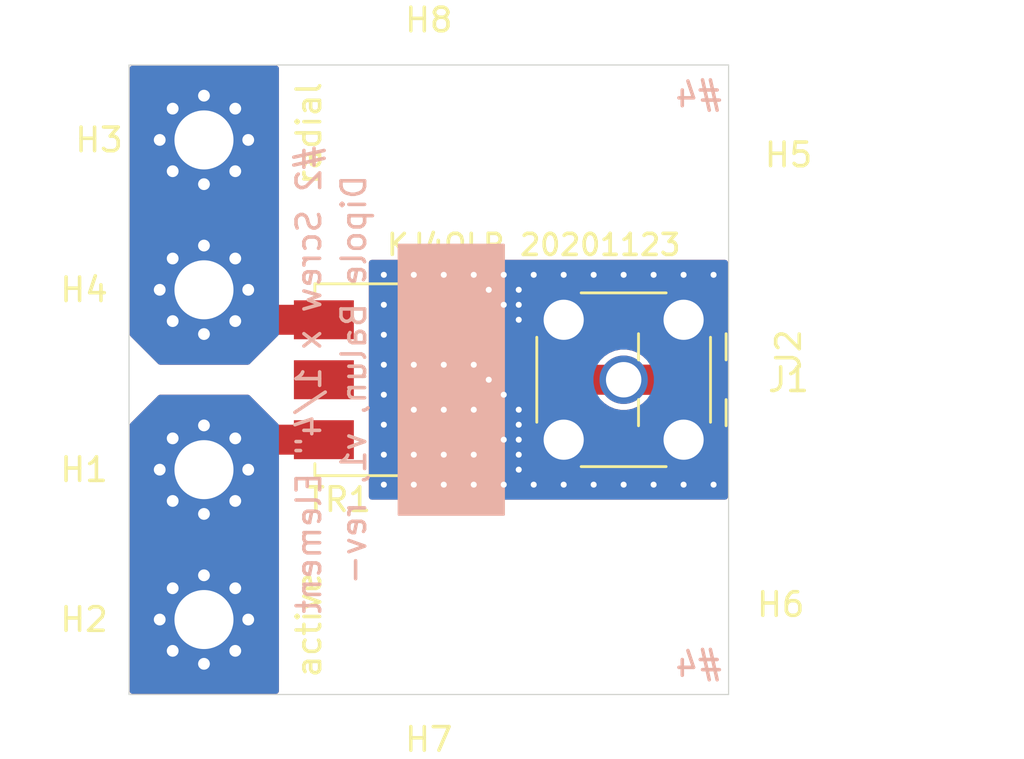
<source format=kicad_pcb>
(kicad_pcb (version 20171130) (host pcbnew 5.1.6-c6e7f7d~87~ubuntu16.04.1)

  (general
    (thickness 1.6)
    (drawings 12)
    (tracks 62)
    (zones 0)
    (modules 11)
    (nets 5)
  )

  (page A4)
  (layers
    (0 F.Cu signal)
    (31 B.Cu signal)
    (32 B.Adhes user)
    (33 F.Adhes user)
    (34 B.Paste user)
    (35 F.Paste user)
    (36 B.SilkS user)
    (37 F.SilkS user)
    (38 B.Mask user)
    (39 F.Mask user)
    (40 Dwgs.User user)
    (41 Cmts.User user)
    (42 Eco1.User user)
    (43 Eco2.User user)
    (44 Edge.Cuts user)
    (45 Margin user)
    (46 B.CrtYd user)
    (47 F.CrtYd user)
    (48 B.Fab user)
    (49 F.Fab user)
  )

  (setup
    (last_trace_width 1.27)
    (user_trace_width 0.254)
    (user_trace_width 0.508)
    (user_trace_width 0.762)
    (user_trace_width 1.016)
    (user_trace_width 1.27)
    (trace_clearance 0.254)
    (zone_clearance 0)
    (zone_45_only no)
    (trace_min 0.254)
    (via_size 0.508)
    (via_drill 0.254)
    (via_min_size 0.508)
    (via_min_drill 0.254)
    (uvia_size 0.508)
    (uvia_drill 0.254)
    (uvias_allowed no)
    (uvia_min_size 0.508)
    (uvia_min_drill 0.254)
    (edge_width 0.05)
    (segment_width 0.2)
    (pcb_text_width 0.3)
    (pcb_text_size 1.5 1.5)
    (mod_edge_width 0.12)
    (mod_text_size 1 1)
    (mod_text_width 0.15)
    (pad_size 1.524 1.524)
    (pad_drill 0.762)
    (pad_to_mask_clearance 0.05)
    (aux_axis_origin 0 0)
    (visible_elements FFFDFF7F)
    (pcbplotparams
      (layerselection 0x010fc_ffffffff)
      (usegerberextensions false)
      (usegerberattributes true)
      (usegerberadvancedattributes true)
      (creategerberjobfile true)
      (excludeedgelayer true)
      (linewidth 0.100000)
      (plotframeref false)
      (viasonmask false)
      (mode 1)
      (useauxorigin false)
      (hpglpennumber 1)
      (hpglpenspeed 20)
      (hpglpendiameter 15.000000)
      (psnegative false)
      (psa4output false)
      (plotreference true)
      (plotvalue true)
      (plotinvisibletext false)
      (padsonsilk false)
      (subtractmaskfromsilk false)
      (outputformat 1)
      (mirror false)
      (drillshape 1)
      (scaleselection 1)
      (outputdirectory ""))
  )

  (net 0 "")
  (net 1 GND)
  (net 2 "Net-(J1-Pad1)")
  (net 3 /active)
  (net 4 /radial)

  (net_class Default "This is the default net class."
    (clearance 0.254)
    (trace_width 0.254)
    (via_dia 0.508)
    (via_drill 0.254)
    (uvia_dia 0.508)
    (uvia_drill 0.254)
    (diff_pair_width 0.254)
    (diff_pair_gap 0.254)
    (add_net /active)
    (add_net /radial)
    (add_net GND)
    (add_net "Net-(J1-Pad1)")
  )

  (module MountingHole:MountingHole_3.2mm_M3 (layer F.Cu) (tedit 56D1B4CB) (tstamp 5FBD14BB)
    (at 152.4 91.44)
    (descr "Mounting Hole 3.2mm, no annular, M3")
    (tags "mounting hole 3.2mm no annular m3")
    (path /5FBEF9C8)
    (attr virtual)
    (fp_text reference H8 (at 0 -5.715) (layer F.SilkS)
      (effects (font (size 1 1) (thickness 0.15)))
    )
    (fp_text value MountingHole (at 0 4.2) (layer F.Fab)
      (effects (font (size 1 1) (thickness 0.15)))
    )
    (fp_text user %R (at 0.3 0) (layer F.Fab)
      (effects (font (size 1 1) (thickness 0.15)))
    )
    (fp_circle (center 0 0) (end 3.2 0) (layer Cmts.User) (width 0.15))
    (fp_circle (center 0 0) (end 3.45 0) (layer F.CrtYd) (width 0.05))
    (pad 1 np_thru_hole circle (at 0 0) (size 3.2 3.2) (drill 3.2) (layers *.Cu *.Mask))
  )

  (module MountingHole:MountingHole_3.2mm_M3 (layer F.Cu) (tedit 56D1B4CB) (tstamp 5FBD14B3)
    (at 152.4 110.49)
    (descr "Mounting Hole 3.2mm, no annular, M3")
    (tags "mounting hole 3.2mm no annular m3")
    (path /5FBEF56F)
    (attr virtual)
    (fp_text reference H7 (at 0 5.715) (layer F.SilkS)
      (effects (font (size 1 1) (thickness 0.15)))
    )
    (fp_text value MountingHole (at 0 4.2) (layer F.Fab)
      (effects (font (size 1 1) (thickness 0.15)))
    )
    (fp_text user %R (at 0.3 0) (layer F.Fab)
      (effects (font (size 1 1) (thickness 0.15)))
    )
    (fp_circle (center 0 0) (end 3.2 0) (layer Cmts.User) (width 0.15))
    (fp_circle (center 0 0) (end 3.45 0) (layer F.CrtYd) (width 0.05))
    (pad 1 np_thru_hole circle (at 0 0) (size 3.2 3.2) (drill 3.2) (layers *.Cu *.Mask))
  )

  (module MountingHole:MountingHole_3.2mm_M3 (layer F.Cu) (tedit 56D1B4CB) (tstamp 5FBD0306)
    (at 161.925 110.49)
    (descr "Mounting Hole 3.2mm, no annular, M3")
    (tags "mounting hole 3.2mm no annular m3")
    (path /5FBE6D06)
    (attr virtual)
    (fp_text reference H6 (at 5.385 0) (layer F.SilkS)
      (effects (font (size 1 1) (thickness 0.15)))
    )
    (fp_text value MountingHole (at 0 4.2) (layer F.Fab)
      (effects (font (size 1 1) (thickness 0.15)))
    )
    (fp_text user %R (at 0.3 0) (layer F.Fab)
      (effects (font (size 1 1) (thickness 0.15)))
    )
    (fp_circle (center 0 0) (end 3.2 0) (layer Cmts.User) (width 0.15))
    (fp_circle (center 0 0) (end 3.45 0) (layer F.CrtYd) (width 0.05))
    (pad 1 np_thru_hole circle (at 0 0) (size 3.2 3.2) (drill 3.2) (layers *.Cu *.Mask))
  )

  (module MountingHole:MountingHole_3.2mm_M3 (layer F.Cu) (tedit 56D1B4CB) (tstamp 5FBD02FE)
    (at 161.925 91.44)
    (descr "Mounting Hole 3.2mm, no annular, M3")
    (tags "mounting hole 3.2mm no annular m3")
    (path /5FBE58DC)
    (attr virtual)
    (fp_text reference H5 (at 5.715 0) (layer F.SilkS)
      (effects (font (size 1 1) (thickness 0.15)))
    )
    (fp_text value MountingHole (at 0 4.2) (layer F.Fab)
      (effects (font (size 1 1) (thickness 0.15)))
    )
    (fp_text user %R (at 0.3 0) (layer F.Fab)
      (effects (font (size 1 1) (thickness 0.15)))
    )
    (fp_circle (center 0 0) (end 3.2 0) (layer Cmts.User) (width 0.15))
    (fp_circle (center 0 0) (end 3.45 0) (layer F.CrtYd) (width 0.05))
    (pad 1 np_thru_hole circle (at 0 0) (size 3.2 3.2) (drill 3.2) (layers *.Cu *.Mask))
  )

  (module Connector_Coaxial:SMA_Samtec_SMA-J-P-X-ST-EM1_EdgeMount (layer F.Cu) (tedit 5DAA3454) (tstamp 5FBCDDB6)
    (at 162.995 100.965 90)
    (descr "Connector SMA, 0Hz to 20GHz, 50Ohm, Edge Mount (http://suddendocs.samtec.com/prints/sma-j-p-x-st-em1-mkt.pdf)")
    (tags "SMA Straight Samtec Edge Mount")
    (path /5FBD6F54)
    (attr smd)
    (fp_text reference J2 (at 1.27 4.645 90) (layer F.SilkS)
      (effects (font (size 1 1) (thickness 0.15)))
    )
    (fp_text value Conn_Coaxial (at 0 13 90) (layer F.Fab)
      (effects (font (size 1 1) (thickness 0.15)))
    )
    (fp_text user "Board Thickness: 1.57mm" (at 0 5.915 90) (layer Cmts.User)
      (effects (font (size 1 1) (thickness 0.15)))
    )
    (fp_text user "PCB Edge" (at 0 14.17 90) (layer Dwgs.User)
      (effects (font (size 0.5 0.5) (thickness 0.1)))
    )
    (fp_text user %R (at 0 4.79 270) (layer F.Fab)
      (effects (font (size 1 1) (thickness 0.15)))
    )
    (fp_line (start -0.25 -2.76) (end 0 -2.26) (layer F.SilkS) (width 0.12))
    (fp_line (start 0.25 -2.76) (end -0.25 -2.76) (layer F.SilkS) (width 0.12))
    (fp_line (start 0 -2.26) (end 0.25 -2.76) (layer F.SilkS) (width 0.12))
    (fp_line (start 0 3.1) (end -0.64 2.1) (layer F.Fab) (width 0.1))
    (fp_line (start 0.64 2.1) (end 0 3.1) (layer F.Fab) (width 0.1))
    (fp_line (start 4 2.6) (end 4 -2.6) (layer F.CrtYd) (width 0.05))
    (fp_line (start 3.68 12.12) (end -3.68 12.12) (layer F.CrtYd) (width 0.05))
    (fp_line (start -4 2.6) (end -4 -2.6) (layer F.CrtYd) (width 0.05))
    (fp_line (start -4 -2.6) (end 4 -2.6) (layer F.CrtYd) (width 0.05))
    (fp_line (start 4 2.6) (end 4 -2.6) (layer B.CrtYd) (width 0.05))
    (fp_line (start 3.68 12.12) (end -3.68 12.12) (layer B.CrtYd) (width 0.05))
    (fp_line (start -4 2.6) (end -4 -2.6) (layer B.CrtYd) (width 0.05))
    (fp_line (start -4 -2.6) (end 4 -2.6) (layer B.CrtYd) (width 0.05))
    (fp_line (start 3.165 11.62) (end -3.165 11.62) (layer F.Fab) (width 0.1))
    (fp_line (start 3.175 -1.71) (end 3.175 11.62) (layer F.Fab) (width 0.1))
    (fp_line (start 3.175 -1.71) (end 2.365 -1.71) (layer F.Fab) (width 0.1))
    (fp_line (start 2.365 -1.71) (end 2.365 2.1) (layer F.Fab) (width 0.1))
    (fp_line (start 2.365 2.1) (end -2.365 2.1) (layer F.Fab) (width 0.1))
    (fp_line (start -2.365 2.1) (end -2.365 -1.71) (layer F.Fab) (width 0.1))
    (fp_line (start -2.365 -1.71) (end -3.175 -1.71) (layer F.Fab) (width 0.1))
    (fp_line (start -3.175 -1.71) (end -3.175 11.62) (layer F.Fab) (width 0.1))
    (fp_line (start 4.1 2.1) (end -4.1 2.1) (layer Dwgs.User) (width 0.1))
    (fp_line (start -3.68 2.6) (end -4 2.6) (layer F.CrtYd) (width 0.05))
    (fp_line (start -3.68 12.12) (end -3.68 2.6) (layer F.CrtYd) (width 0.05))
    (fp_line (start 3.68 2.6) (end 4 2.6) (layer F.CrtYd) (width 0.05))
    (fp_line (start 3.68 2.6) (end 3.68 12.12) (layer F.CrtYd) (width 0.05))
    (fp_line (start -3.68 2.6) (end -4 2.6) (layer B.CrtYd) (width 0.05))
    (fp_line (start -3.68 12.12) (end -3.68 2.6) (layer B.CrtYd) (width 0.05))
    (fp_line (start 4 2.6) (end 3.68 2.6) (layer B.CrtYd) (width 0.05))
    (fp_line (start 3.68 2.6) (end 3.68 12.12) (layer B.CrtYd) (width 0.05))
    (fp_line (start -1.95 2) (end -0.84 2) (layer F.SilkS) (width 0.12))
    (fp_line (start 0.84 2) (end 1.95 2) (layer F.SilkS) (width 0.12))
    (fp_line (start -1.95 -1.71) (end -0.84 -1.71) (layer F.SilkS) (width 0.12))
    (fp_line (start 0.84 -1.71) (end 1.95 -1.71) (layer F.SilkS) (width 0.12))
    (pad 1 smd rect (at 0 0.2 90) (size 1.27 3.6) (layers F.Cu F.Paste F.Mask)
      (net 2 "Net-(J1-Pad1)"))
    (pad 2 smd rect (at 2.825 0 90) (size 1.35 4.2) (layers F.Cu F.Paste F.Mask)
      (net 1 GND))
    (pad 2 smd rect (at -2.825 0 90) (size 1.35 4.2) (layers F.Cu F.Paste F.Mask)
      (net 1 GND))
    (pad 2 smd rect (at 2.825 0 90) (size 1.35 4.2) (layers B.Cu B.Paste B.Mask)
      (net 1 GND))
    (pad 2 smd rect (at -2.825 0 90) (size 1.35 4.2) (layers B.Cu B.Paste B.Mask)
      (net 1 GND))
    (model ${KISYS3DMOD}/Connector_Coaxial.3dshapes/SMA_Samtec_SMA-J-P-X-ST-EM1_EdgeMount.wrl
      (at (xyz 0 0 0))
      (scale (xyz 1 1 1))
      (rotate (xyz 0 0 0))
    )
  )

  (module minicircuits_footprints:Mini-Circuits_CD542_H2.84mm (layer F.Cu) (tedit 5A365E23) (tstamp 5FBCD60A)
    (at 150.495 100.965 180)
    (descr https://ww2.minicircuits.com/case_style/CD542.pdf)
    (tags "RF Transformer")
    (path /5FBC788E)
    (attr smd)
    (fp_text reference TR1 (at 1.905 -5.08) (layer F.SilkS)
      (effects (font (size 1 1) (thickness 0.15)))
    )
    (fp_text value ADT1.5-122 (at 0 5.08) (layer F.Fab)
      (effects (font (size 1 1) (thickness 0.15)))
    )
    (fp_text user %R (at 0 0 90) (layer F.Fab)
      (effects (font (size 1 1) (thickness 0.15)))
    )
    (fp_line (start 2.794 -3.937) (end 2.794 3.937) (layer F.Fab) (width 0.1))
    (fp_line (start 2.794 3.937) (end -2.794 3.937) (layer F.Fab) (width 0.1))
    (fp_line (start -2.794 3.937) (end -2.794 -2.937) (layer F.Fab) (width 0.1))
    (fp_line (start -1.794 -3.937) (end 2.794 -3.937) (layer F.Fab) (width 0.1))
    (fp_line (start -1.794 -3.937) (end -2.794 -2.937) (layer F.Fab) (width 0.1))
    (fp_line (start 2.921 -3.556) (end 2.921 -4.064) (layer F.SilkS) (width 0.12))
    (fp_line (start 2.921 -4.064) (end -2.921 -4.064) (layer F.SilkS) (width 0.12))
    (fp_line (start -2.921 -4.064) (end -2.921 -3.556) (layer F.SilkS) (width 0.12))
    (fp_line (start -2.921 -3.556) (end -3.81 -3.556) (layer F.SilkS) (width 0.12))
    (fp_line (start -2.921 3.556) (end -2.921 4.064) (layer F.SilkS) (width 0.12))
    (fp_line (start -2.921 4.064) (end 2.921 4.064) (layer F.SilkS) (width 0.12))
    (fp_line (start 2.921 4.064) (end 2.921 3.556) (layer F.SilkS) (width 0.12))
    (fp_line (start -4.06 4.32) (end -4.06 -4.32) (layer F.CrtYd) (width 0.05))
    (fp_line (start 4.06 4.32) (end 4.06 -4.32) (layer F.CrtYd) (width 0.05))
    (fp_line (start 4.06 4.32) (end -4.06 4.32) (layer F.CrtYd) (width 0.05))
    (fp_line (start 4.06 -4.32) (end -4.06 -4.32) (layer F.CrtYd) (width 0.05))
    (pad 6 smd rect (at 2.54 -2.54 180) (size 2.54 1.65) (layers F.Cu F.Paste F.Mask)
      (net 3 /active))
    (pad 5 smd rect (at 2.54 0 180) (size 2.54 1.65) (layers F.Cu F.Paste F.Mask))
    (pad 4 smd rect (at 2.54 2.54 180) (size 2.54 1.65) (layers F.Cu F.Paste F.Mask)
      (net 4 /radial))
    (pad 3 smd rect (at -2.54 2.54 180) (size 2.54 1.65) (layers F.Cu F.Paste F.Mask)
      (net 2 "Net-(J1-Pad1)"))
    (pad 2 smd rect (at -2.54 0 180) (size 2.54 1.65) (layers F.Cu F.Paste F.Mask)
      (net 1 GND))
    (pad 1 smd rect (at -2.54 -2.54 180) (size 2.54 1.65) (layers F.Cu F.Paste F.Mask)
      (net 1 GND))
    (model ${KISYS3DMOD}/RF_Mini-Circuits.3dshapes/Mini-Circuits_CD542_H2.84mm.wrl
      (at (xyz 0 0 0))
      (scale (xyz 1 1 1))
      (rotate (xyz 0 0 0))
    )
  )

  (module Connector_Coaxial:SMA_Amphenol_132134_Vertical (layer F.Cu) (tedit 5B2F4DB6) (tstamp 5FBCD5EF)
    (at 160.655 100.965)
    (descr https://www.amphenolrf.com/downloads/dl/file/id/2187/product/2843/132134_customer_drawing.pdf)
    (tags "SMA THT Female Jack Vertical ExtendedLegs")
    (path /5FBCFA6C)
    (fp_text reference J1 (at 6.985 0) (layer F.SilkS)
      (effects (font (size 1 1) (thickness 0.15)))
    )
    (fp_text value Conn_Coaxial (at 0 5) (layer F.Fab)
      (effects (font (size 1 1) (thickness 0.15)))
    )
    (fp_text user %R (at 0 0) (layer F.Fab)
      (effects (font (size 1 1) (thickness 0.15)))
    )
    (fp_circle (center 0 0) (end 3.175 0) (layer F.Fab) (width 0.1))
    (fp_line (start 4.17 4.17) (end -4.17 4.17) (layer F.CrtYd) (width 0.05))
    (fp_line (start 4.17 4.17) (end 4.17 -4.17) (layer F.CrtYd) (width 0.05))
    (fp_line (start -4.17 -4.17) (end -4.17 4.17) (layer F.CrtYd) (width 0.05))
    (fp_line (start -4.17 -4.17) (end 4.17 -4.17) (layer F.CrtYd) (width 0.05))
    (fp_line (start -3.5 -3.5) (end 3.5 -3.5) (layer F.Fab) (width 0.1))
    (fp_line (start -3.5 -3.5) (end -3.5 3.5) (layer F.Fab) (width 0.1))
    (fp_line (start -3.5 3.5) (end 3.5 3.5) (layer F.Fab) (width 0.1))
    (fp_line (start 3.5 -3.5) (end 3.5 3.5) (layer F.Fab) (width 0.1))
    (fp_line (start -3.68 -1.8) (end -3.68 1.8) (layer F.SilkS) (width 0.12))
    (fp_line (start 3.68 -1.8) (end 3.68 1.8) (layer F.SilkS) (width 0.12))
    (fp_line (start -1.8 3.68) (end 1.8 3.68) (layer F.SilkS) (width 0.12))
    (fp_line (start -1.8 -3.68) (end 1.8 -3.68) (layer F.SilkS) (width 0.12))
    (pad 2 thru_hole circle (at -2.54 2.54) (size 2.25 2.25) (drill 1.7) (layers *.Cu *.Mask)
      (net 1 GND))
    (pad 2 thru_hole circle (at -2.54 -2.54) (size 2.25 2.25) (drill 1.7) (layers *.Cu *.Mask)
      (net 1 GND))
    (pad 2 thru_hole circle (at 2.54 -2.54) (size 2.25 2.25) (drill 1.7) (layers *.Cu *.Mask)
      (net 1 GND))
    (pad 2 thru_hole circle (at 2.54 2.54) (size 2.25 2.25) (drill 1.7) (layers *.Cu *.Mask)
      (net 1 GND))
    (pad 1 thru_hole circle (at 0 0) (size 2.05 2.05) (drill 1.5) (layers *.Cu *.Mask)
      (net 2 "Net-(J1-Pad1)"))
    (model ${KISYS3DMOD}/Connector_Coaxial.3dshapes/SMA_Amphenol_132134_Vertical.wrl
      (at (xyz 0 0 0))
      (scale (xyz 1 1 1))
      (rotate (xyz 0 0 0))
    )
  )

  (module MountingHole:MountingHole_2.5mm_Pad_Via (layer F.Cu) (tedit 56DDBAEA) (tstamp 5FBCD5D8)
    (at 142.875 97.155)
    (descr "Mounting Hole 2.5mm")
    (tags "mounting hole 2.5mm")
    (path /5FBC9BCD)
    (attr virtual)
    (fp_text reference H4 (at -5.08 0) (layer F.SilkS)
      (effects (font (size 1 1) (thickness 0.15)))
    )
    (fp_text value radial (at -6.35 0) (layer F.Fab)
      (effects (font (size 1 1) (thickness 0.15)))
    )
    (fp_text user %R (at 0.3 0) (layer F.Fab)
      (effects (font (size 1 1) (thickness 0.15)))
    )
    (fp_circle (center 0 0) (end 2.5 0) (layer Cmts.User) (width 0.15))
    (fp_circle (center 0 0) (end 2.75 0) (layer F.CrtYd) (width 0.05))
    (pad 1 thru_hole circle (at 1.325825 -1.325825) (size 0.8 0.8) (drill 0.5) (layers *.Cu *.Mask)
      (net 4 /radial))
    (pad 1 thru_hole circle (at 0 -1.875) (size 0.8 0.8) (drill 0.5) (layers *.Cu *.Mask)
      (net 4 /radial))
    (pad 1 thru_hole circle (at -1.325825 -1.325825) (size 0.8 0.8) (drill 0.5) (layers *.Cu *.Mask)
      (net 4 /radial))
    (pad 1 thru_hole circle (at -1.875 0) (size 0.8 0.8) (drill 0.5) (layers *.Cu *.Mask)
      (net 4 /radial))
    (pad 1 thru_hole circle (at -1.325825 1.325825) (size 0.8 0.8) (drill 0.5) (layers *.Cu *.Mask)
      (net 4 /radial))
    (pad 1 thru_hole circle (at 0 1.875) (size 0.8 0.8) (drill 0.5) (layers *.Cu *.Mask)
      (net 4 /radial))
    (pad 1 thru_hole circle (at 1.325825 1.325825) (size 0.8 0.8) (drill 0.5) (layers *.Cu *.Mask)
      (net 4 /radial))
    (pad 1 thru_hole circle (at 1.875 0) (size 0.8 0.8) (drill 0.5) (layers *.Cu *.Mask)
      (net 4 /radial))
    (pad 1 thru_hole circle (at 0 0) (size 5 5) (drill 2.5) (layers *.Cu *.Mask)
      (net 4 /radial))
  )

  (module MountingHole:MountingHole_2.5mm_Pad_Via (layer F.Cu) (tedit 56DDBAEA) (tstamp 5FBCD5C8)
    (at 142.875 90.805)
    (descr "Mounting Hole 2.5mm")
    (tags "mounting hole 2.5mm")
    (path /5FBC98E7)
    (attr virtual)
    (fp_text reference H3 (at -4.445 0) (layer F.SilkS)
      (effects (font (size 1 1) (thickness 0.15)))
    )
    (fp_text value radial (at -6.35 -0.635) (layer F.Fab)
      (effects (font (size 1 1) (thickness 0.15)))
    )
    (fp_text user %R (at 0.3 0) (layer F.Fab)
      (effects (font (size 1 1) (thickness 0.15)))
    )
    (fp_circle (center 0 0) (end 2.5 0) (layer Cmts.User) (width 0.15))
    (fp_circle (center 0 0) (end 2.75 0) (layer F.CrtYd) (width 0.05))
    (pad 1 thru_hole circle (at 1.325825 -1.325825) (size 0.8 0.8) (drill 0.5) (layers *.Cu *.Mask)
      (net 4 /radial))
    (pad 1 thru_hole circle (at 0 -1.875) (size 0.8 0.8) (drill 0.5) (layers *.Cu *.Mask)
      (net 4 /radial))
    (pad 1 thru_hole circle (at -1.325825 -1.325825) (size 0.8 0.8) (drill 0.5) (layers *.Cu *.Mask)
      (net 4 /radial))
    (pad 1 thru_hole circle (at -1.875 0) (size 0.8 0.8) (drill 0.5) (layers *.Cu *.Mask)
      (net 4 /radial))
    (pad 1 thru_hole circle (at -1.325825 1.325825) (size 0.8 0.8) (drill 0.5) (layers *.Cu *.Mask)
      (net 4 /radial))
    (pad 1 thru_hole circle (at 0 1.875) (size 0.8 0.8) (drill 0.5) (layers *.Cu *.Mask)
      (net 4 /radial))
    (pad 1 thru_hole circle (at 1.325825 1.325825) (size 0.8 0.8) (drill 0.5) (layers *.Cu *.Mask)
      (net 4 /radial))
    (pad 1 thru_hole circle (at 1.875 0) (size 0.8 0.8) (drill 0.5) (layers *.Cu *.Mask)
      (net 4 /radial))
    (pad 1 thru_hole circle (at 0 0) (size 5 5) (drill 2.5) (layers *.Cu *.Mask)
      (net 4 /radial))
  )

  (module MountingHole:MountingHole_2.5mm_Pad_Via (layer F.Cu) (tedit 56DDBAEA) (tstamp 5FBCD5B8)
    (at 142.875 111.125)
    (descr "Mounting Hole 2.5mm")
    (tags "mounting hole 2.5mm")
    (path /5FBC87B2)
    (attr virtual)
    (fp_text reference H2 (at -5.08 0) (layer F.SilkS)
      (effects (font (size 1 1) (thickness 0.15)))
    )
    (fp_text value active (at 0 3.5) (layer F.Fab)
      (effects (font (size 1 1) (thickness 0.15)))
    )
    (fp_text user %R (at 0.3 0) (layer F.Fab)
      (effects (font (size 1 1) (thickness 0.15)))
    )
    (fp_circle (center 0 0) (end 2.5 0) (layer Cmts.User) (width 0.15))
    (fp_circle (center 0 0) (end 2.75 0) (layer F.CrtYd) (width 0.05))
    (pad 1 thru_hole circle (at 1.325825 -1.325825) (size 0.8 0.8) (drill 0.5) (layers *.Cu *.Mask)
      (net 3 /active))
    (pad 1 thru_hole circle (at 0 -1.875) (size 0.8 0.8) (drill 0.5) (layers *.Cu *.Mask)
      (net 3 /active))
    (pad 1 thru_hole circle (at -1.325825 -1.325825) (size 0.8 0.8) (drill 0.5) (layers *.Cu *.Mask)
      (net 3 /active))
    (pad 1 thru_hole circle (at -1.875 0) (size 0.8 0.8) (drill 0.5) (layers *.Cu *.Mask)
      (net 3 /active))
    (pad 1 thru_hole circle (at -1.325825 1.325825) (size 0.8 0.8) (drill 0.5) (layers *.Cu *.Mask)
      (net 3 /active))
    (pad 1 thru_hole circle (at 0 1.875) (size 0.8 0.8) (drill 0.5) (layers *.Cu *.Mask)
      (net 3 /active))
    (pad 1 thru_hole circle (at 1.325825 1.325825) (size 0.8 0.8) (drill 0.5) (layers *.Cu *.Mask)
      (net 3 /active))
    (pad 1 thru_hole circle (at 1.875 0) (size 0.8 0.8) (drill 0.5) (layers *.Cu *.Mask)
      (net 3 /active))
    (pad 1 thru_hole circle (at 0 0) (size 5 5) (drill 2.5) (layers *.Cu *.Mask)
      (net 3 /active))
  )

  (module MountingHole:MountingHole_2.5mm_Pad_Via (layer F.Cu) (tedit 56DDBAEA) (tstamp 5FBCD7E7)
    (at 142.875 104.775)
    (descr "Mounting Hole 2.5mm")
    (tags "mounting hole 2.5mm")
    (path /5FBC8BF2)
    (attr virtual)
    (fp_text reference H1 (at -5.08 0) (layer F.SilkS)
      (effects (font (size 1 1) (thickness 0.15)))
    )
    (fp_text value active (at 0 3.5) (layer F.Fab)
      (effects (font (size 1 1) (thickness 0.15)))
    )
    (fp_text user %R (at 0.3 0) (layer F.Fab)
      (effects (font (size 1 1) (thickness 0.15)))
    )
    (fp_circle (center 0 0) (end 2.5 0) (layer Cmts.User) (width 0.15))
    (fp_circle (center 0 0) (end 2.75 0) (layer F.CrtYd) (width 0.05))
    (pad 1 thru_hole circle (at 1.325825 -1.325825) (size 0.8 0.8) (drill 0.5) (layers *.Cu *.Mask)
      (net 3 /active))
    (pad 1 thru_hole circle (at 0 -1.875) (size 0.8 0.8) (drill 0.5) (layers *.Cu *.Mask)
      (net 3 /active))
    (pad 1 thru_hole circle (at -1.325825 -1.325825) (size 0.8 0.8) (drill 0.5) (layers *.Cu *.Mask)
      (net 3 /active))
    (pad 1 thru_hole circle (at -1.875 0) (size 0.8 0.8) (drill 0.5) (layers *.Cu *.Mask)
      (net 3 /active))
    (pad 1 thru_hole circle (at -1.325825 1.325825) (size 0.8 0.8) (drill 0.5) (layers *.Cu *.Mask)
      (net 3 /active))
    (pad 1 thru_hole circle (at 0 1.875) (size 0.8 0.8) (drill 0.5) (layers *.Cu *.Mask)
      (net 3 /active))
    (pad 1 thru_hole circle (at 1.325825 1.325825) (size 0.8 0.8) (drill 0.5) (layers *.Cu *.Mask)
      (net 3 /active))
    (pad 1 thru_hole circle (at 1.875 0) (size 0.8 0.8) (drill 0.5) (layers *.Cu *.Mask)
      (net 3 /active))
    (pad 1 thru_hole circle (at 0 0) (size 5 5) (drill 2.5) (layers *.Cu *.Mask)
      (net 3 /active))
  )

  (gr_poly (pts (xy 155.575 95.25) (xy 151.13 95.25) (xy 151.13 106.68) (xy 155.575 106.68)) (layer B.SilkS) (width 0.1))
  (gr_text "#2 Screw x 1/4\" Element" (at 147.32 100.965 90) (layer B.SilkS) (tstamp 5FBD0D36)
    (effects (font (size 1 1) (thickness 0.15)) (justify mirror))
  )
  (gr_text "#4" (at 163.83 88.9) (layer B.SilkS) (tstamp 5FBD0C8A)
    (effects (font (size 1 1) (thickness 0.15)) (justify mirror))
  )
  (gr_text "#4" (at 163.83 113.03) (layer B.SilkS)
    (effects (font (size 1 1) (thickness 0.15)) (justify mirror))
  )
  (gr_text radial (at 147.32 88.265 90) (layer F.SilkS) (tstamp 5FBD0BB6)
    (effects (font (size 1 1) (thickness 0.15)) (justify right))
  )
  (gr_text active (at 147.32 113.665 90) (layer F.SilkS)
    (effects (font (size 1 1) (thickness 0.15)) (justify left))
  )
  (gr_text "Dipole Balun, v1, rev-" (at 149.225 100.965 90) (layer B.SilkS)
    (effects (font (size 1 1) (thickness 0.15)) (justify mirror))
  )
  (gr_text "KJ4QLP 20201123" (at 156.845 95.25) (layer F.SilkS)
    (effects (font (size 0.889 0.889) (thickness 0.1524)))
  )
  (gr_line (start 165.1 114.3) (end 139.7 114.3) (layer Edge.Cuts) (width 0.05) (tstamp 5FBCD8B7))
  (gr_line (start 165.1 87.63) (end 165.1 114.3) (layer Edge.Cuts) (width 0.05))
  (gr_line (start 139.7 87.63) (end 165.1 87.63) (layer Edge.Cuts) (width 0.05))
  (gr_line (start 139.7 114.3) (end 139.7 87.63) (layer Edge.Cuts) (width 0.05))

  (via (at 156.21 103.505) (size 0.508) (drill 0.254) (layers F.Cu B.Cu) (net 1))
  (via (at 154.94 100.965) (size 0.508) (drill 0.254) (layers F.Cu B.Cu) (net 1))
  (via (at 155.575 101.6) (size 0.508) (drill 0.254) (layers F.Cu B.Cu) (net 1))
  (via (at 156.21 102.235) (size 0.508) (drill 0.254) (layers F.Cu B.Cu) (net 1))
  (via (at 156.21 97.79) (size 0.508) (drill 0.254) (layers F.Cu B.Cu) (net 1))
  (via (at 156.21 102.87) (size 0.508) (drill 0.254) (layers F.Cu B.Cu) (net 1))
  (via (at 156.21 104.14) (size 0.508) (drill 0.254) (layers F.Cu B.Cu) (net 1))
  (via (at 153.035 105.41) (size 0.508) (drill 0.254) (layers F.Cu B.Cu) (net 1))
  (via (at 154.305 105.41) (size 0.508) (drill 0.254) (layers F.Cu B.Cu) (net 1))
  (via (at 155.575 105.41) (size 0.508) (drill 0.254) (layers F.Cu B.Cu) (net 1))
  (via (at 164.465 105.41) (size 0.508) (drill 0.254) (layers F.Cu B.Cu) (net 1))
  (via (at 163.195 105.41) (size 0.508) (drill 0.254) (layers F.Cu B.Cu) (net 1))
  (via (at 161.925 105.41) (size 0.508) (drill 0.254) (layers F.Cu B.Cu) (net 1))
  (via (at 160.655 105.41) (size 0.508) (drill 0.254) (layers F.Cu B.Cu) (net 1))
  (via (at 159.385 105.41) (size 0.508) (drill 0.254) (layers F.Cu B.Cu) (net 1))
  (via (at 158.115 105.41) (size 0.508) (drill 0.254) (layers F.Cu B.Cu) (net 1))
  (via (at 156.845 105.41) (size 0.508) (drill 0.254) (layers F.Cu B.Cu) (net 1))
  (via (at 156.21 104.775) (size 0.508) (drill 0.254) (layers F.Cu B.Cu) (net 1))
  (via (at 156.21 97.155) (size 0.508) (drill 0.254) (layers F.Cu B.Cu) (net 1))
  (via (at 156.845 96.52) (size 0.508) (drill 0.254) (layers F.Cu B.Cu) (net 1))
  (via (at 158.115 96.52) (size 0.508) (drill 0.254) (layers F.Cu B.Cu) (net 1))
  (via (at 159.385 96.52) (size 0.508) (drill 0.254) (layers F.Cu B.Cu) (net 1))
  (via (at 160.655 96.52) (size 0.508) (drill 0.254) (layers F.Cu B.Cu) (net 1))
  (via (at 161.925 96.52) (size 0.508) (drill 0.254) (layers F.Cu B.Cu) (net 1))
  (via (at 163.195 96.52) (size 0.508) (drill 0.254) (layers F.Cu B.Cu) (net 1))
  (via (at 164.465 96.52) (size 0.508) (drill 0.254) (layers F.Cu B.Cu) (net 1))
  (via (at 151.765 105.41) (size 0.508) (drill 0.254) (layers F.Cu B.Cu) (net 1) (tstamp 5FBCEF98))
  (via (at 150.495 105.41) (size 0.508) (drill 0.254) (layers F.Cu B.Cu) (net 1) (tstamp 5FBCEF9C))
  (via (at 150.495 104.14) (size 0.508) (drill 0.254) (layers F.Cu B.Cu) (net 1) (tstamp 5FBCEF9E))
  (via (at 150.495 102.87) (size 0.508) (drill 0.254) (layers F.Cu B.Cu) (net 1) (tstamp 5FBCEFA0))
  (via (at 150.495 101.6) (size 0.508) (drill 0.254) (layers F.Cu B.Cu) (net 1) (tstamp 5FBCEFA2))
  (via (at 150.495 100.33) (size 0.508) (drill 0.254) (layers F.Cu B.Cu) (net 1) (tstamp 5FBCEFA4))
  (via (at 150.495 99.06) (size 0.508) (drill 0.254) (layers F.Cu B.Cu) (net 1) (tstamp 5FBCEFA6))
  (via (at 150.495 97.79) (size 0.508) (drill 0.254) (layers F.Cu B.Cu) (net 1) (tstamp 5FBCEFA8))
  (via (at 150.495 96.52) (size 0.508) (drill 0.254) (layers F.Cu B.Cu) (net 1) (tstamp 5FBCEFAA))
  (via (at 155.575 96.52) (size 0.508) (drill 0.254) (layers F.Cu B.Cu) (net 1) (tstamp 5FBCEFB2))
  (via (at 156.21 98.425) (size 0.508) (drill 0.254) (layers F.Cu B.Cu) (net 1) (tstamp 5FBD07F7))
  (via (at 155.575 97.79) (size 0.508) (drill 0.254) (layers F.Cu B.Cu) (net 1) (tstamp 5FBD07F9))
  (via (at 154.94 97.155) (size 0.508) (drill 0.254) (layers F.Cu B.Cu) (net 1) (tstamp 5FBD07FB))
  (via (at 154.305 100.33) (size 0.508) (drill 0.254) (layers F.Cu B.Cu) (net 1) (tstamp 5FBD07FD))
  (via (at 153.035 100.33) (size 0.508) (drill 0.254) (layers F.Cu B.Cu) (net 1) (tstamp 5FBD07FF))
  (via (at 151.765 100.33) (size 0.508) (drill 0.254) (layers F.Cu B.Cu) (net 1) (tstamp 5FBD0801))
  (via (at 151.765 96.52) (size 0.508) (drill 0.254) (layers F.Cu B.Cu) (net 1) (tstamp 5FBD0803))
  (via (at 153.035 96.52) (size 0.508) (drill 0.254) (layers F.Cu B.Cu) (net 1) (tstamp 5FBD0805))
  (via (at 154.305 96.52) (size 0.508) (drill 0.254) (layers F.Cu B.Cu) (net 1) (tstamp 5FBD0955))
  (via (at 155.575 103.505) (size 0.508) (drill 0.254) (layers F.Cu B.Cu) (net 1) (tstamp 5FBD0A00))
  (via (at 154.305 104.14) (size 0.508) (drill 0.254) (layers F.Cu B.Cu) (net 1) (tstamp 5FBD0A02))
  (via (at 153.035 104.14) (size 0.508) (drill 0.254) (layers F.Cu B.Cu) (net 1) (tstamp 5FBD0A04))
  (via (at 151.765 104.14) (size 0.508) (drill 0.254) (layers F.Cu B.Cu) (net 1) (tstamp 5FBD0A06))
  (via (at 151.765 102.235) (size 0.508) (drill 0.254) (layers F.Cu B.Cu) (net 1) (tstamp 5FBD0A08))
  (via (at 153.035 102.235) (size 0.508) (drill 0.254) (layers F.Cu B.Cu) (net 1) (tstamp 5FBD0A0A))
  (via (at 154.305 102.235) (size 0.508) (drill 0.254) (layers F.Cu B.Cu) (net 1) (tstamp 5FBD0A0C))
  (segment (start 160.655 100.965) (end 163.195 100.965) (width 1.27) (layer F.Cu) (net 2))
  (segment (start 160.655 100.965) (end 156.845 100.965) (width 1.27) (layer F.Cu) (net 2))
  (segment (start 154.305 98.425) (end 153.035 98.425) (width 1.27) (layer F.Cu) (net 2))
  (segment (start 156.845 100.965) (end 154.305 98.425) (width 1.27) (layer F.Cu) (net 2))
  (segment (start 144.145 103.505) (end 142.875 104.775) (width 1.27) (layer F.Cu) (net 3))
  (segment (start 147.955 103.505) (end 144.145 103.505) (width 1.27) (layer F.Cu) (net 3))
  (segment (start 142.875 104.775) (end 142.875 111.125) (width 1.27) (layer F.Cu) (net 3))
  (segment (start 144.145 98.425) (end 142.875 97.155) (width 1.27) (layer F.Cu) (net 4))
  (segment (start 147.955 98.425) (end 144.145 98.425) (width 1.27) (layer F.Cu) (net 4))
  (segment (start 142.875 97.155) (end 142.875 90.805) (width 1.27) (layer F.Cu) (net 4))

  (zone (net 1) (net_name GND) (layer B.Cu) (tstamp 0) (hatch edge 0.508)
    (connect_pads yes (clearance 0))
    (min_thickness 0.254)
    (fill yes (arc_segments 32) (thermal_gap 0.508) (thermal_bridge_width 0.508))
    (polygon
      (pts
        (xy 165.1 106.045) (xy 149.86 106.045) (xy 149.86 95.885) (xy 165.1 95.885)
      )
    )
    (filled_polygon
      (pts
        (xy 164.948001 105.918) (xy 149.987 105.918) (xy 149.987 100.826521) (xy 159.249 100.826521) (xy 159.249 101.103479)
        (xy 159.303032 101.375115) (xy 159.409019 101.630991) (xy 159.562889 101.861273) (xy 159.758727 102.057111) (xy 159.989009 102.210981)
        (xy 160.244885 102.316968) (xy 160.516521 102.371) (xy 160.793479 102.371) (xy 161.065115 102.316968) (xy 161.320991 102.210981)
        (xy 161.551273 102.057111) (xy 161.747111 101.861273) (xy 161.900981 101.630991) (xy 162.006968 101.375115) (xy 162.061 101.103479)
        (xy 162.061 100.826521) (xy 162.006968 100.554885) (xy 161.900981 100.299009) (xy 161.747111 100.068727) (xy 161.551273 99.872889)
        (xy 161.320991 99.719019) (xy 161.065115 99.613032) (xy 160.793479 99.559) (xy 160.516521 99.559) (xy 160.244885 99.613032)
        (xy 159.989009 99.719019) (xy 159.758727 99.872889) (xy 159.562889 100.068727) (xy 159.409019 100.299009) (xy 159.303032 100.554885)
        (xy 159.249 100.826521) (xy 149.987 100.826521) (xy 149.987 96.012) (xy 164.948 96.012)
      )
    )
  )
  (zone (net 4) (net_name /radial) (layer F.Cu) (tstamp 0) (hatch edge 0.508)
    (connect_pads yes (clearance 0))
    (min_thickness 0.254)
    (fill yes (arc_segments 32) (thermal_gap 0.508) (thermal_bridge_width 0.508))
    (polygon
      (pts
        (xy 146.05 99.06) (xy 144.78 100.33) (xy 140.97 100.33) (xy 139.7 99.06) (xy 139.7 87.63)
        (xy 146.05 87.63)
      )
    )
    (filled_polygon
      (pts
        (xy 145.923 99.007394) (xy 144.727394 100.203) (xy 141.022606 100.203) (xy 139.852 99.032394) (xy 139.852 87.782)
        (xy 145.923 87.782)
      )
    )
  )
  (zone (net 4) (net_name /radial) (layer B.Cu) (tstamp 0) (hatch edge 0.508)
    (connect_pads yes (clearance 0))
    (min_thickness 0.254)
    (fill yes (arc_segments 32) (thermal_gap 0.508) (thermal_bridge_width 0.508))
    (polygon
      (pts
        (xy 146.05 99.06) (xy 144.78 100.33) (xy 140.97 100.33) (xy 139.7 99.06) (xy 139.7 87.63)
        (xy 146.05 87.63)
      )
    )
    (filled_polygon
      (pts
        (xy 145.923 99.007394) (xy 144.727394 100.203) (xy 141.022606 100.203) (xy 139.852 99.032394) (xy 139.852 87.782)
        (xy 145.923 87.782)
      )
    )
  )
  (zone (net 3) (net_name /active) (layer F.Cu) (tstamp 0) (hatch edge 0.508)
    (connect_pads yes (clearance 0))
    (min_thickness 0.254)
    (fill yes (arc_segments 32) (thermal_gap 0.508) (thermal_bridge_width 0.508))
    (polygon
      (pts
        (xy 146.05 102.87) (xy 146.05 114.3) (xy 139.7 114.3) (xy 139.7 102.87) (xy 140.97 101.6)
        (xy 144.78 101.6)
      )
    )
    (filled_polygon
      (pts
        (xy 145.923 102.922606) (xy 145.923 114.148) (xy 139.852 114.148) (xy 139.852 102.897606) (xy 141.022606 101.727)
        (xy 144.727394 101.727)
      )
    )
  )
  (zone (net 3) (net_name /active) (layer B.Cu) (tstamp 0) (hatch edge 0.508)
    (connect_pads yes (clearance 0))
    (min_thickness 0.254)
    (fill yes (arc_segments 32) (thermal_gap 0.508) (thermal_bridge_width 0.508))
    (polygon
      (pts
        (xy 146.05 102.87) (xy 146.05 114.3) (xy 139.7 114.3) (xy 139.7 102.87) (xy 140.97 101.6)
        (xy 144.78 101.6)
      )
    )
    (filled_polygon
      (pts
        (xy 145.923 102.922606) (xy 145.923 114.148) (xy 139.852 114.148) (xy 139.852 102.897606) (xy 141.022606 101.727)
        (xy 144.727394 101.727)
      )
    )
  )
  (zone (net 0) (net_name "") (layer F.Mask) (tstamp 0) (hatch edge 0.508)
    (connect_pads yes (clearance 0))
    (min_thickness 0)
    (fill yes (arc_segments 32) (thermal_gap 0.508) (thermal_bridge_width 0.508))
    (polygon
      (pts
        (xy 146.05 114.3) (xy 139.7 114.3) (xy 139.7 87.63) (xy 146.05 87.63)
      )
    )
    (filled_polygon
      (pts
        (xy 146.05 114.3) (xy 139.7 114.3) (xy 139.7 87.63) (xy 146.05 87.63)
      )
    )
  )
  (zone (net 0) (net_name "") (layer B.Mask) (tstamp 0) (hatch edge 0.508)
    (connect_pads yes (clearance 0))
    (min_thickness 0)
    (fill yes (arc_segments 32) (thermal_gap 0.508) (thermal_bridge_width 0.508))
    (polygon
      (pts
        (xy 146.05 114.3) (xy 139.7 114.3) (xy 139.7 87.63) (xy 146.05 87.63)
      )
    )
    (filled_polygon
      (pts
        (xy 146.05 114.3) (xy 139.7 114.3) (xy 139.7 87.63) (xy 146.05 87.63)
      )
    )
  )
  (zone (net 1) (net_name GND) (layer F.Cu) (tstamp 0) (hatch edge 0.508)
    (connect_pads yes (clearance 0))
    (min_thickness 0.254)
    (fill yes (arc_segments 32) (thermal_gap 0.508) (thermal_bridge_width 0.508))
    (polygon
      (pts
        (xy 165.1 99.06) (xy 164.465 99.695) (xy 164.465 102.235) (xy 165.1 102.87) (xy 165.1 106.045)
        (xy 149.86 106.045) (xy 149.86 95.885) (xy 165.1 95.885)
      )
    )
    (filled_polygon
      (pts
        (xy 164.948 99.032394) (xy 164.375197 99.605197) (xy 164.359403 99.624443) (xy 164.347667 99.646399) (xy 164.34044 99.670224)
        (xy 164.338 99.695) (xy 164.338 99.947157) (xy 161.625541 99.947157) (xy 161.551273 99.872889) (xy 161.320991 99.719019)
        (xy 161.065115 99.613032) (xy 160.793479 99.559) (xy 160.516521 99.559) (xy 160.244885 99.613032) (xy 159.989009 99.719019)
        (xy 159.758727 99.872889) (xy 159.682616 99.949) (xy 157.265841 99.949) (xy 155.058712 97.741872) (xy 155.026896 97.703104)
        (xy 154.87219 97.57614) (xy 154.695687 97.481798) (xy 154.664409 97.47231) (xy 154.658701 97.453492) (xy 154.623322 97.387304)
        (xy 154.575711 97.329289) (xy 154.517696 97.281678) (xy 154.451508 97.246299) (xy 154.379689 97.224513) (xy 154.305 97.217157)
        (xy 151.765 97.217157) (xy 151.690311 97.224513) (xy 151.618492 97.246299) (xy 151.552304 97.281678) (xy 151.494289 97.329289)
        (xy 151.446678 97.387304) (xy 151.411299 97.453492) (xy 151.389513 97.525311) (xy 151.382157 97.6) (xy 151.382157 99.25)
        (xy 151.389513 99.324689) (xy 151.411299 99.396508) (xy 151.446678 99.462696) (xy 151.494289 99.520711) (xy 151.552304 99.568322)
        (xy 151.618492 99.603701) (xy 151.690311 99.625487) (xy 151.765 99.632843) (xy 154.076003 99.632843) (xy 156.091292 101.648133)
        (xy 156.123104 101.686896) (xy 156.27781 101.81386) (xy 156.454313 101.908202) (xy 156.587732 101.948674) (xy 156.645828 101.966298)
        (xy 156.665177 101.968204) (xy 156.795098 101.981) (xy 156.795105 101.981) (xy 156.844999 101.985914) (xy 156.894893 101.981)
        (xy 159.682616 101.981) (xy 159.758727 102.057111) (xy 159.989009 102.210981) (xy 160.244885 102.316968) (xy 160.516521 102.371)
        (xy 160.793479 102.371) (xy 161.065115 102.316968) (xy 161.320991 102.210981) (xy 161.551273 102.057111) (xy 161.625541 101.982843)
        (xy 164.338 101.982843) (xy 164.338 102.235) (xy 164.34044 102.259776) (xy 164.347667 102.283601) (xy 164.359403 102.305557)
        (xy 164.375197 102.324803) (xy 164.948001 102.897607) (xy 164.948001 105.918) (xy 149.987 105.918) (xy 149.987 96.012)
        (xy 164.948 96.012)
      )
    )
  )
)

</source>
